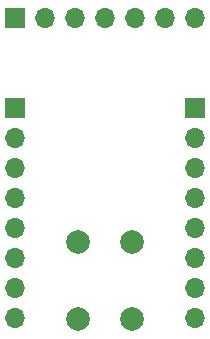
<source format=gbr>
%TF.GenerationSoftware,KiCad,Pcbnew,7.0.7*%
%TF.CreationDate,2024-07-05T12:18:51-04:00*%
%TF.ProjectId,MSP430FR21_Breakout,4d535034-3330-4465-9232-315f42726561,rev?*%
%TF.SameCoordinates,Original*%
%TF.FileFunction,Soldermask,Bot*%
%TF.FilePolarity,Negative*%
%FSLAX46Y46*%
G04 Gerber Fmt 4.6, Leading zero omitted, Abs format (unit mm)*
G04 Created by KiCad (PCBNEW 7.0.7) date 2024-07-05 12:18:51*
%MOMM*%
%LPD*%
G01*
G04 APERTURE LIST*
%ADD10C,2.000000*%
%ADD11R,1.700000X1.700000*%
%ADD12O,1.700000X1.700000*%
G04 APERTURE END LIST*
D10*
%TO.C,SW1*%
X142530000Y-101675000D03*
X142530000Y-95175000D03*
X147030000Y-101675000D03*
X147030000Y-95175000D03*
%TD*%
D11*
%TO.C,J3*%
X137160000Y-76200000D03*
D12*
X139700000Y-76200000D03*
X142240000Y-76200000D03*
X144780000Y-76200000D03*
X147320000Y-76200000D03*
X149860000Y-76200000D03*
X152400000Y-76200000D03*
%TD*%
D11*
%TO.C,J2*%
X152400000Y-83820000D03*
D12*
X152400000Y-86360000D03*
X152400000Y-88900000D03*
X152400000Y-91440000D03*
X152400000Y-93980000D03*
X152400000Y-96520000D03*
X152400000Y-99060000D03*
X152400000Y-101600000D03*
%TD*%
D11*
%TO.C,J1*%
X137160000Y-83820000D03*
D12*
X137160000Y-86360000D03*
X137160000Y-88900000D03*
X137160000Y-91440000D03*
X137160000Y-93980000D03*
X137160000Y-96520000D03*
X137160000Y-99060000D03*
X137160000Y-101600000D03*
%TD*%
M02*

</source>
